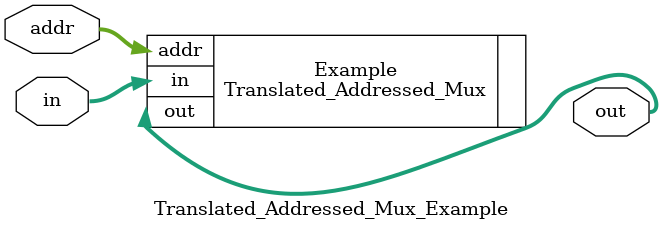
<source format=v>

`default_nettype none

module Translated_Addressed_Mux_Example
#(
    parameter       WORD_WIDTH          = 36,
    parameter       ADDR_WIDTH          = 11,
    parameter       INPUT_COUNT         = 8,
    parameter       INPUT_BASE_ADDR     = 123,
    parameter       INPUT_ADDR_WIDTH    = 3,  // clog2(INPUT_COUNT)

    parameter       TOTAL_WIDTH = INPUT_COUNT * WORD_WIDTH
)
(
    input   wire    [ADDR_WIDTH-1:0]    addr,
    input   wire    [TOTAL_WIDTH-1:0]   in, 
    output  wire    [WORD_WIDTH-1:0]    out
);

    Translated_Addressed_Mux
    #(
        .WORD_WIDTH         (WORD_WIDTH),
        .ADDR_WIDTH         (ADDR_WIDTH),
        .INPUT_COUNT        (INPUT_COUNT),
        .INPUT_BASE_ADDR    (INPUT_BASE_ADDR),
        .INPUT_ADDR_WIDTH   (INPUT_ADDR_WIDTH)
    )
    Example
    (
        .addr               (addr),
        .in                 (in), 
        .out                (out)
    );

endmodule


</source>
